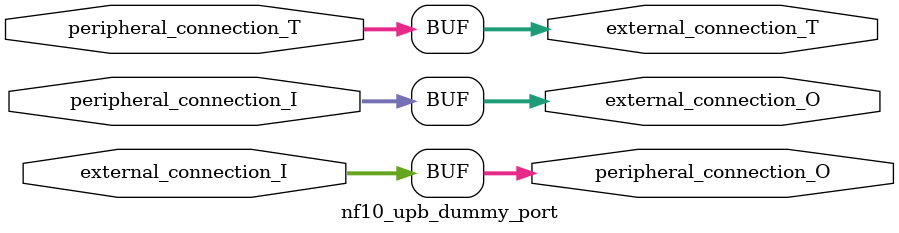
<source format=v>
/*
 * UPB Dummy Port core
 *
 * Copyright (c) 2014, 2015 Jörg Niklas
 * osjsn@niklasfamily.de
 *
 * This file is part of the NetFPGA 10G UPB OpenFlow Switch project.
 *
 * Project Group "On-the-Fly Networking for Big Data"
 * SFB 901 "On-The-Fly Computing"
 *
 * University of Paderborn
 * Computer Engineering Group
 * Pohlweg 47 - 49
 * 33098 Paderborn
 * Germany
 *
 *
 * This file is free code: you can redistribute it and/or modify it under
 * the terms of the GNU Lesser General Public License version 2.1 as
 * published by the Free Software Foundation.
 *
 * This file is distributed in the hope that it will be useful,
 * but WITHOUT ANY WARRANTY; without even the implied warranty of
 * MERCHANTABILITY or FITNESS FOR A PARTICULAR PURPOSE. See the
 * GNU Lesser General Public License for more details.
 *
 * You should have received a copy of the GNU Lesser General Public License
 * along with this project. If not, see <http://www.gnu.org/licenses/>.
 */

`default_nettype none

module nf10_upb_dummy_port #(

	parameter peripheral_port_width = 32,
	parameter external_port_width = 32
	
) (
	
	input wire [(peripheral_port_width-1):0] peripheral_connection_I,
	output wire [(peripheral_port_width-1):0] peripheral_connection_O,
	input wire [(peripheral_port_width-1):0] peripheral_connection_T,

	input wire [(external_port_width-1):0] external_connection_I,
	output wire [(external_port_width-1):0] external_connection_O,
	output wire [(external_port_width-1):0] external_connection_T

);

assign external_connection_O = peripheral_connection_I;
assign external_connection_T = peripheral_connection_T;
assign peripheral_connection_O = external_connection_I;

endmodule


</source>
